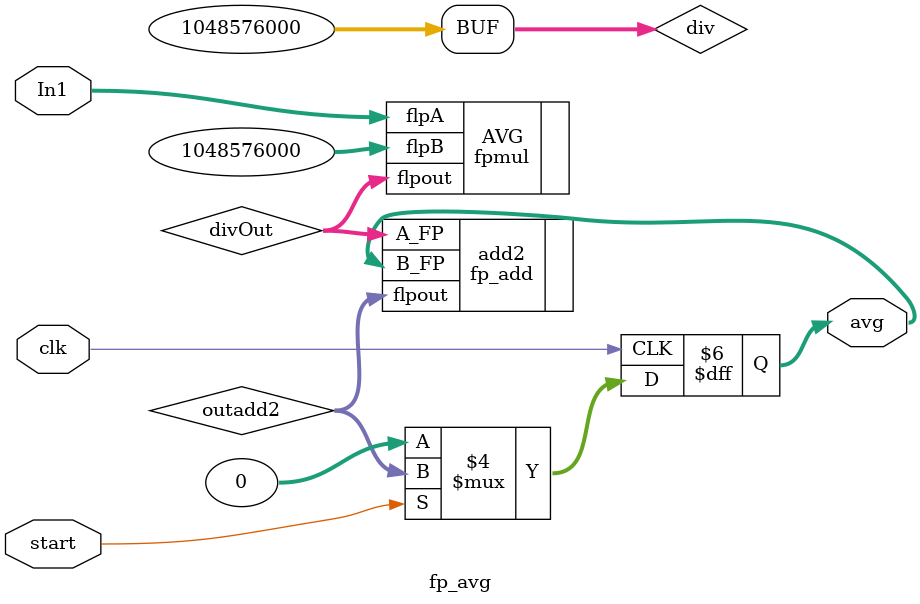
<source format=sv>
`timescale 1ns / 1ps


module fp_avg(In1,clk,start,avg);
input [31:0] In1;  
input start,clk;
output reg [31:0] avg;
wire [31:0] divOut;
wire [31:0] outadd2;
reg [31:0] div;

assign div= 32'b00111110100000000000000000000000;

fpmul AVG(
.flpA(In1),
.flpB(div),     //  In1/4
. flpout(divOut)     
);

fp_add add2(
.A_FP(divOut), // Accumulate on avg;
.B_FP(avg),
.flpout(outadd2)
);




always@(posedge clk )
begin
	if (start==0) 
	begin
			avg=32'h00000000;
	end
	else 
	begin
	avg =outadd2;
end
end
endmodule

</source>
